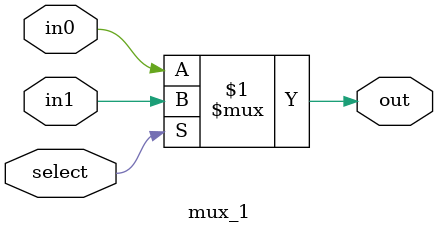
<source format=v>
module mux_1(select, in0, in1, out);
	input select;
	input in0, in1;
	output out;
	assign out = select ? in1: in0;
endmodule

</source>
